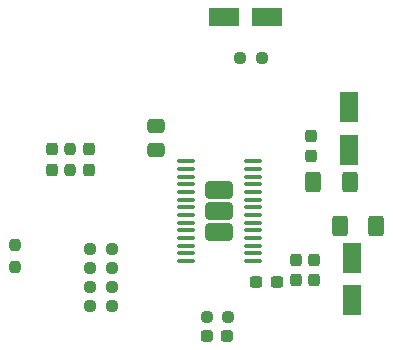
<source format=gbr>
%TF.GenerationSoftware,KiCad,Pcbnew,6.0.11-2627ca5db0~126~ubuntu22.04.1*%
%TF.CreationDate,2023-02-06T22:18:29+01:00*%
%TF.ProjectId,Stepper_Driver_TMC2225-SA-T,53746570-7065-4725-9f44-72697665725f,rev?*%
%TF.SameCoordinates,Original*%
%TF.FileFunction,Paste,Top*%
%TF.FilePolarity,Positive*%
%FSLAX46Y46*%
G04 Gerber Fmt 4.6, Leading zero omitted, Abs format (unit mm)*
G04 Created by KiCad (PCBNEW 6.0.11-2627ca5db0~126~ubuntu22.04.1) date 2023-02-06 22:18:29*
%MOMM*%
%LPD*%
G01*
G04 APERTURE LIST*
G04 Aperture macros list*
%AMRoundRect*
0 Rectangle with rounded corners*
0 $1 Rounding radius*
0 $2 $3 $4 $5 $6 $7 $8 $9 X,Y pos of 4 corners*
0 Add a 4 corners polygon primitive as box body*
4,1,4,$2,$3,$4,$5,$6,$7,$8,$9,$2,$3,0*
0 Add four circle primitives for the rounded corners*
1,1,$1+$1,$2,$3*
1,1,$1+$1,$4,$5*
1,1,$1+$1,$6,$7*
1,1,$1+$1,$8,$9*
0 Add four rect primitives between the rounded corners*
20,1,$1+$1,$2,$3,$4,$5,0*
20,1,$1+$1,$4,$5,$6,$7,0*
20,1,$1+$1,$6,$7,$8,$9,0*
20,1,$1+$1,$8,$9,$2,$3,0*%
G04 Aperture macros list end*
%ADD10RoundRect,0.237500X0.237500X-0.300000X0.237500X0.300000X-0.237500X0.300000X-0.237500X-0.300000X0*%
%ADD11RoundRect,0.237500X0.250000X0.237500X-0.250000X0.237500X-0.250000X-0.237500X0.250000X-0.237500X0*%
%ADD12RoundRect,0.237500X0.237500X-0.250000X0.237500X0.250000X-0.237500X0.250000X-0.237500X-0.250000X0*%
%ADD13RoundRect,0.237500X-0.250000X-0.237500X0.250000X-0.237500X0.250000X0.237500X-0.250000X0.237500X0*%
%ADD14RoundRect,0.237500X0.300000X0.237500X-0.300000X0.237500X-0.300000X-0.237500X0.300000X-0.237500X0*%
%ADD15RoundRect,0.237500X-0.237500X0.300000X-0.237500X-0.300000X0.237500X-0.300000X0.237500X0.300000X0*%
%ADD16RoundRect,0.250000X-1.050000X-0.550000X1.050000X-0.550000X1.050000X0.550000X-1.050000X0.550000X0*%
%ADD17RoundRect,0.250000X0.550000X-1.050000X0.550000X1.050000X-0.550000X1.050000X-0.550000X-1.050000X0*%
%ADD18RoundRect,0.237500X0.237500X-0.287500X0.237500X0.287500X-0.237500X0.287500X-0.237500X-0.287500X0*%
%ADD19RoundRect,0.237500X-0.287500X-0.237500X0.287500X-0.237500X0.287500X0.237500X-0.287500X0.237500X0*%
%ADD20RoundRect,0.250000X-0.400000X-0.625000X0.400000X-0.625000X0.400000X0.625000X-0.400000X0.625000X0*%
%ADD21RoundRect,0.250000X0.900000X0.475000X-0.900000X0.475000X-0.900000X-0.475000X0.900000X-0.475000X0*%
%ADD22RoundRect,0.100000X0.637500X0.100000X-0.637500X0.100000X-0.637500X-0.100000X0.637500X-0.100000X0*%
%ADD23RoundRect,0.250000X-0.475000X0.337500X-0.475000X-0.337500X0.475000X-0.337500X0.475000X0.337500X0*%
%ADD24RoundRect,0.250000X-0.550000X1.050000X-0.550000X-1.050000X0.550000X-1.050000X0.550000X1.050000X0*%
G04 APERTURE END LIST*
D10*
%TO.C,C4*%
X62800000Y-50362500D03*
X62800000Y-48637500D03*
%TD*%
D11*
%TO.C,R1*%
X58612500Y-42000000D03*
X56787500Y-42000000D03*
%TD*%
D12*
%TO.C,R2*%
X42400000Y-51537500D03*
X42400000Y-49712500D03*
%TD*%
D13*
%TO.C,R6*%
X44087500Y-61400000D03*
X45912500Y-61400000D03*
%TD*%
D14*
%TO.C,C8*%
X59862500Y-61000000D03*
X58137500Y-61000000D03*
%TD*%
D11*
%TO.C,R5*%
X45912500Y-63000000D03*
X44087500Y-63000000D03*
%TD*%
D15*
%TO.C,C7*%
X61500000Y-59137500D03*
X61500000Y-60862500D03*
%TD*%
D11*
%TO.C,R3*%
X45912500Y-59800000D03*
X44087500Y-59800000D03*
%TD*%
D16*
%TO.C,C1*%
X55400000Y-38600000D03*
X59000000Y-38600000D03*
%TD*%
D12*
%TO.C,R7*%
X37700000Y-59712500D03*
X37700000Y-57887500D03*
%TD*%
D17*
%TO.C,C6*%
X66000000Y-49800000D03*
X66000000Y-46200000D03*
%TD*%
D18*
%TO.C,D1*%
X44000000Y-51500000D03*
X44000000Y-49750000D03*
%TD*%
D19*
%TO.C,D2*%
X53937500Y-65581250D03*
X55687500Y-65581250D03*
%TD*%
D13*
%TO.C,R4*%
X44087500Y-58200000D03*
X45912500Y-58200000D03*
%TD*%
D20*
%TO.C,R9*%
X62950000Y-52500000D03*
X66050000Y-52500000D03*
%TD*%
D11*
%TO.C,R10*%
X55750000Y-63981250D03*
X53925000Y-63981250D03*
%TD*%
D21*
%TO.C,U1*%
X55000000Y-55000000D03*
X55000000Y-53200000D03*
X55000000Y-56800000D03*
D22*
X57862500Y-59225000D03*
X57862500Y-58575000D03*
X57862500Y-57925000D03*
X57862500Y-57275000D03*
X57862500Y-56625000D03*
X57862500Y-55975000D03*
X57862500Y-55325000D03*
X57862500Y-54675000D03*
X57862500Y-54025000D03*
X57862500Y-53375000D03*
X57862500Y-52725000D03*
X57862500Y-52075000D03*
X57862500Y-51425000D03*
X57862500Y-50775000D03*
X52137500Y-50775000D03*
X52137500Y-51425000D03*
X52137500Y-52075000D03*
X52137500Y-52725000D03*
X52137500Y-53375000D03*
X52137500Y-54025000D03*
X52137500Y-54675000D03*
X52137500Y-55325000D03*
X52137500Y-55975000D03*
X52137500Y-56625000D03*
X52137500Y-57275000D03*
X52137500Y-57925000D03*
X52137500Y-58575000D03*
X52137500Y-59225000D03*
%TD*%
D10*
%TO.C,C2*%
X40800000Y-51487500D03*
X40800000Y-49762500D03*
%TD*%
D15*
%TO.C,C3*%
X63000000Y-59137500D03*
X63000000Y-60862500D03*
%TD*%
D23*
%TO.C,C9*%
X49600000Y-47762500D03*
X49600000Y-49837500D03*
%TD*%
D20*
%TO.C,R8*%
X65200000Y-56250000D03*
X68300000Y-56250000D03*
%TD*%
D24*
%TO.C,C5*%
X66250000Y-58950000D03*
X66250000Y-62550000D03*
%TD*%
M02*

</source>
